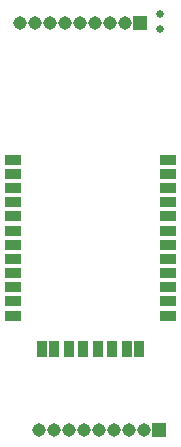
<source format=gts>
%FSAX24Y24*%
%MOIN*%
G70*
G01*
G75*
G04 Layer_Color=8388736*
%ADD10R,0.0512X0.0315*%
%ADD11R,0.0315X0.0512*%
%ADD12C,0.0197*%
%ADD13C,0.0080*%
%ADD14C,0.0150*%
%ADD15C,0.0250*%
%ADD16C,0.0350*%
%ADD17C,0.0060*%
%ADD18C,0.0300*%
%ADD19C,0.0200*%
%ADD20C,0.0100*%
%ADD21C,0.0430*%
%ADD22R,0.0430X0.0430*%
%ADD23C,0.0270*%
%ADD24R,0.0300X0.0350*%
%ADD25R,0.0394X0.0354*%
%ADD26R,0.0350X0.0300*%
%ADD27R,0.0450X0.0500*%
%ADD28R,0.0354X0.0315*%
%ADD29R,0.1063X0.0512*%
%ADD30R,0.0748X0.0217*%
%ADD31R,0.0217X0.0748*%
%ADD32R,0.0551X0.0453*%
%ADD33C,0.0120*%
%ADD34C,0.0079*%
%ADD35C,0.0070*%
%ADD36R,0.0552X0.0355*%
%ADD37R,0.0355X0.0552*%
%ADD38C,0.0257*%
%ADD39C,0.0450*%
%ADD40R,0.0450X0.0450*%
D36*
X066802Y040403D02*
D03*
Y040875D02*
D03*
Y041348D02*
D03*
Y041820D02*
D03*
Y042293D02*
D03*
Y042765D02*
D03*
Y043237D02*
D03*
Y043710D02*
D03*
Y044182D02*
D03*
Y044655D02*
D03*
Y045127D02*
D03*
Y045600D02*
D03*
X071998Y040875D02*
D03*
Y040403D02*
D03*
Y041348D02*
D03*
Y041820D02*
D03*
Y042293D02*
D03*
Y042765D02*
D03*
Y043237D02*
D03*
Y043710D02*
D03*
Y044182D02*
D03*
Y044655D02*
D03*
Y045127D02*
D03*
Y045600D02*
D03*
D37*
X067786Y039300D02*
D03*
X068180D02*
D03*
X068691D02*
D03*
X069164D02*
D03*
X069636D02*
D03*
X070109D02*
D03*
X070620D02*
D03*
X071014D02*
D03*
D38*
X071700Y049950D02*
D03*
Y050450D02*
D03*
D39*
X067039Y050153D02*
D03*
X067539D02*
D03*
X068039D02*
D03*
X068539D02*
D03*
X069039D02*
D03*
X069539D02*
D03*
X070039D02*
D03*
X070539D02*
D03*
X068689Y036603D02*
D03*
X068189D02*
D03*
X067689D02*
D03*
X069189D02*
D03*
X069689D02*
D03*
X070189D02*
D03*
X070689D02*
D03*
X071189D02*
D03*
D40*
X071689Y036603D02*
D03*
X071039Y050153D02*
D03*
M02*

</source>
